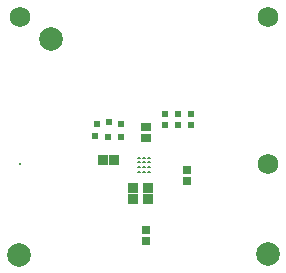
<source format=gbs>
G04*
G04 #@! TF.GenerationSoftware,Altium Limited,Altium Designer,23.4.1 (23)*
G04*
G04 Layer_Color=16711935*
%FSLAX44Y44*%
%MOMM*%
G71*
G04*
G04 #@! TF.SameCoordinates,EFB48218-AA6A-4B24-80ED-B411BF601C35*
G04*
G04*
G04 #@! TF.FilePolarity,Negative*
G04*
G01*
G75*
%ADD22C,2.0000*%
%ADD34C,1.7272*%
%ADD35C,0.2032*%
%ADD36C,0.6132*%
%ADD50C,0.1650*%
%ADD51R,0.8232X0.8232*%
%ADD52R,0.8232X0.8232*%
%ADD53R,0.8532X0.7532*%
%ADD54R,0.7532X0.6532*%
D22*
X-78500Y105750D02*
D03*
X-106250Y-76500D02*
D03*
X104500Y-75750D02*
D03*
D34*
X105000Y0D02*
D03*
Y125000D02*
D03*
X-105000D02*
D03*
D35*
Y0D02*
D03*
D36*
X-19500Y23500D02*
D03*
X-30250D02*
D03*
X-41250Y23750D02*
D03*
X-40000Y34000D02*
D03*
X-30000Y36000D02*
D03*
X-20000Y34000D02*
D03*
X18000Y43000D02*
D03*
X29000D02*
D03*
X40000D02*
D03*
Y33000D02*
D03*
X29000D02*
D03*
X18000D02*
D03*
D50*
X-3175Y-6250D02*
X-4825D01*
X-3175D01*
Y-2250D02*
X-4825D01*
X-3175D01*
Y1750D02*
X-4825D01*
X-3175D01*
Y5750D02*
X-4825D01*
X-3175D01*
X4825Y-6250D02*
X3175D01*
X4825D01*
Y-2250D02*
X3175D01*
X4825D01*
Y1750D02*
X3175D01*
X4825D01*
Y5750D02*
X3175D01*
X4825D01*
X825Y-6250D02*
X-825D01*
X825D01*
Y-2250D02*
X-825D01*
X825D01*
Y1750D02*
X-825D01*
X825D01*
Y5750D02*
X-825D01*
X825D01*
D51*
X3000Y-29250D02*
D03*
Y-20250D02*
D03*
X-9250Y-29250D02*
D03*
Y-20250D02*
D03*
D52*
X-34750Y3250D02*
D03*
X-25750D02*
D03*
D53*
X2000Y22000D02*
D03*
Y32000D02*
D03*
D54*
X36000Y-13750D02*
D03*
Y-4750D02*
D03*
X1500Y-56000D02*
D03*
Y-65000D02*
D03*
M02*

</source>
